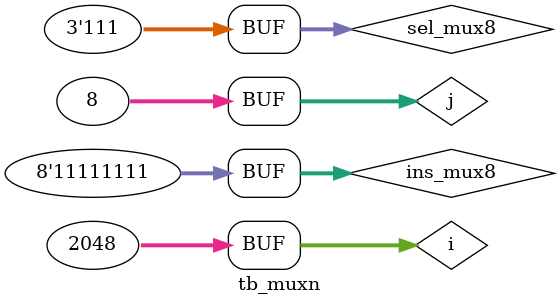
<source format=v>

`include "src/muxn.v"

module tb_muxn;
    reg [2:0] sel_mux8;
    reg [7:0] ins_mux8;
    wire out_mux8;

    muxn #(.NB_SEL(3)) mux8(out_mux8, ins_mux8, sel_mux8);
    integer i, j;
    initial begin
      $dumpfile("muxn.vcp");
      $dumpvars(0, tb_muxn);
      for (i = 0; i < 2 ** (3 + 8); i = i + 1) begin: iter_over_combinations
        for (j = 0; j < 3; j = j + 1) begin: set_sel
            sel_mux8[j] = ((i % (2 ** 3)) >> j) & 1;
        end
        for (j = 0; j < 8; j = j + 1) begin: set_ins
            ins_mux8[j] = ((i % (2 ** 8)) >> j) & 1;
        end
        #1;
      end
    end
endmodule
</source>
